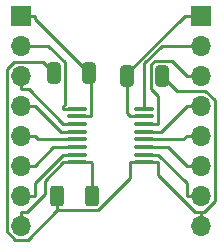
<source format=gbr>
%TF.GenerationSoftware,KiCad,Pcbnew,6.0.11+dfsg-1~bpo11+1*%
%TF.CreationDate,2023-04-23T22:17:45-04:00*%
%TF.ProjectId,cEmbedded_TXB0106_Breakout,63456d62-6564-4646-9564-5f5458423031,rev?*%
%TF.SameCoordinates,Original*%
%TF.FileFunction,Copper,L1,Top*%
%TF.FilePolarity,Positive*%
%FSLAX46Y46*%
G04 Gerber Fmt 4.6, Leading zero omitted, Abs format (unit mm)*
G04 Created by KiCad (PCBNEW 6.0.11+dfsg-1~bpo11+1) date 2023-04-23 22:17:45*
%MOMM*%
%LPD*%
G01*
G04 APERTURE LIST*
G04 Aperture macros list*
%AMRoundRect*
0 Rectangle with rounded corners*
0 $1 Rounding radius*
0 $2 $3 $4 $5 $6 $7 $8 $9 X,Y pos of 4 corners*
0 Add a 4 corners polygon primitive as box body*
4,1,4,$2,$3,$4,$5,$6,$7,$8,$9,$2,$3,0*
0 Add four circle primitives for the rounded corners*
1,1,$1+$1,$2,$3*
1,1,$1+$1,$4,$5*
1,1,$1+$1,$6,$7*
1,1,$1+$1,$8,$9*
0 Add four rect primitives between the rounded corners*
20,1,$1+$1,$2,$3,$4,$5,0*
20,1,$1+$1,$4,$5,$6,$7,0*
20,1,$1+$1,$6,$7,$8,$9,0*
20,1,$1+$1,$8,$9,$2,$3,0*%
G04 Aperture macros list end*
%TA.AperFunction,SMDPad,CuDef*%
%ADD10RoundRect,0.250000X-0.325000X-0.650000X0.325000X-0.650000X0.325000X0.650000X-0.325000X0.650000X0*%
%TD*%
%TA.AperFunction,ComponentPad*%
%ADD11R,1.700000X1.700000*%
%TD*%
%TA.AperFunction,ComponentPad*%
%ADD12O,1.700000X1.700000*%
%TD*%
%TA.AperFunction,SMDPad,CuDef*%
%ADD13RoundRect,0.250000X-0.312500X-0.625000X0.312500X-0.625000X0.312500X0.625000X-0.312500X0.625000X0*%
%TD*%
%TA.AperFunction,SMDPad,CuDef*%
%ADD14O,1.699999X0.349999*%
%TD*%
%TA.AperFunction,Conductor*%
%ADD15C,0.250000*%
%TD*%
G04 APERTURE END LIST*
D10*
%TO.P,C2,1*%
%TO.N,Net-(C2-Pad1)*%
X144880000Y-83700000D03*
%TO.P,C2,2*%
%TO.N,GND*%
X147830000Y-83700000D03*
%TD*%
D11*
%TO.P,J1,1,Pin_1*%
%TO.N,Net-(C1-Pad2)*%
X135890000Y-78620000D03*
D12*
%TO.P,J1,2,Pin_2*%
%TO.N,Net-(U1-Pad1)*%
X135890000Y-81160000D03*
%TO.P,J1,3,Pin_3*%
%TO.N,Net-(U1-Pad3)*%
X135890000Y-83700000D03*
%TO.P,J1,4,Pin_4*%
%TO.N,Net-(U1-Pad4)*%
X135890000Y-86240000D03*
%TO.P,J1,5,Pin_5*%
%TO.N,Net-(U1-Pad5)*%
X135890000Y-88780000D03*
%TO.P,J1,6,Pin_6*%
%TO.N,Net-(U1-Pad6)*%
X135890000Y-91320000D03*
%TO.P,J1,7,Pin_7*%
%TO.N,Net-(U1-Pad7)*%
X135890000Y-93860000D03*
%TO.P,J1,8,Pin_8*%
%TO.N,Net-(R1-Pad2)*%
X135890000Y-96400000D03*
%TD*%
D13*
%TO.P,R1,1*%
%TO.N,GND*%
X138967500Y-93860000D03*
%TO.P,R1,2*%
%TO.N,Net-(R1-Pad2)*%
X141892500Y-93860000D03*
%TD*%
D11*
%TO.P,J2,1,Pin_1*%
%TO.N,Net-(C2-Pad1)*%
X151130000Y-78620000D03*
D12*
%TO.P,J2,2,Pin_2*%
%TO.N,Net-(U1-Pad16)*%
X151130000Y-81160000D03*
%TO.P,J2,3,Pin_3*%
%TO.N,Net-(U1-Pad14)*%
X151130000Y-83700000D03*
%TO.P,J2,4,Pin_4*%
%TO.N,Net-(U1-Pad13)*%
X151130000Y-86240000D03*
%TO.P,J2,5,Pin_5*%
%TO.N,Net-(U1-Pad12)*%
X151130000Y-88780000D03*
%TO.P,J2,6,Pin_6*%
%TO.N,Net-(U1-Pad11)*%
X151130000Y-91320000D03*
%TO.P,J2,7,Pin_7*%
%TO.N,Net-(U1-Pad10)*%
X151130000Y-93860000D03*
%TO.P,J2,8,Pin_8*%
%TO.N,GND*%
X151130000Y-96400000D03*
%TD*%
D10*
%TO.P,C1,1*%
%TO.N,GND*%
X138710000Y-83480000D03*
%TO.P,C1,2*%
%TO.N,Net-(C1-Pad2)*%
X141660000Y-83480000D03*
%TD*%
D14*
%TO.P,U1,1,A1*%
%TO.N,Net-(U1-Pad1)*%
X140660001Y-86504998D03*
%TO.P,U1,2,VCCA*%
%TO.N,Net-(C1-Pad2)*%
X140660001Y-87154999D03*
%TO.P,U1,3,A2*%
%TO.N,Net-(U1-Pad3)*%
X140660001Y-87804998D03*
%TO.P,U1,4,A3*%
%TO.N,Net-(U1-Pad4)*%
X140660001Y-88454999D03*
%TO.P,U1,5,A4*%
%TO.N,Net-(U1-Pad5)*%
X140660001Y-89104998D03*
%TO.P,U1,6,A5*%
%TO.N,Net-(U1-Pad6)*%
X140660001Y-89754999D03*
%TO.P,U1,7,A6*%
%TO.N,Net-(U1-Pad7)*%
X140660001Y-90404998D03*
%TO.P,U1,8,OE*%
%TO.N,Net-(R1-Pad2)*%
X140660001Y-91054999D03*
%TO.P,U1,9,GND*%
%TO.N,GND*%
X146359999Y-91054999D03*
%TO.P,U1,10,B6*%
%TO.N,Net-(U1-Pad10)*%
X146359999Y-90404998D03*
%TO.P,U1,11,B5*%
%TO.N,Net-(U1-Pad11)*%
X146359999Y-89754999D03*
%TO.P,U1,12,B4*%
%TO.N,Net-(U1-Pad12)*%
X146359999Y-89104998D03*
%TO.P,U1,13,B3*%
%TO.N,Net-(U1-Pad13)*%
X146359999Y-88454999D03*
%TO.P,U1,14,B2*%
%TO.N,Net-(U1-Pad14)*%
X146359999Y-87804998D03*
%TO.P,U1,15,VCCB*%
%TO.N,Net-(C2-Pad1)*%
X146359999Y-87154999D03*
%TO.P,U1,16,B1*%
%TO.N,Net-(U1-Pad16)*%
X146359999Y-86504998D03*
%TD*%
D15*
%TO.N,GND*%
X151443300Y-95224900D02*
X151130000Y-95224900D01*
X136476100Y-97591700D02*
X138967500Y-95100300D01*
X152307600Y-85751800D02*
X152307600Y-94360600D01*
X146360000Y-91055000D02*
X147535100Y-91055000D01*
X138710000Y-83480000D02*
X137752000Y-82522000D01*
X147535100Y-92134600D02*
X147535100Y-91055000D01*
X142437300Y-95100300D02*
X145184900Y-92352700D01*
X137752000Y-82522000D02*
X135359100Y-82522000D01*
X134711800Y-96897200D02*
X135406300Y-97591700D01*
X135359100Y-82522000D02*
X134711800Y-83169300D01*
X134711800Y-83169300D02*
X134711800Y-96897200D01*
X149100000Y-84970000D02*
X151525800Y-84970000D01*
X138967500Y-95100300D02*
X142437300Y-95100300D01*
X151130000Y-96400000D02*
X151130000Y-95224900D01*
X147830000Y-83700000D02*
X149100000Y-84970000D01*
X146360000Y-91055000D02*
X145184900Y-91055000D01*
X152307600Y-94360600D02*
X151443300Y-95224900D01*
X135406300Y-97591700D02*
X136476100Y-97591700D01*
X151130000Y-95224900D02*
X150625400Y-95224900D01*
X145184900Y-92352700D02*
X145184900Y-91055000D01*
X151525800Y-84970000D02*
X152307600Y-85751800D01*
X150625400Y-95224900D02*
X147535100Y-92134600D01*
X138967500Y-95100300D02*
X138967500Y-93860000D01*
%TO.N,Net-(C1-Pad2)*%
X141835100Y-87155000D02*
X141835100Y-83655100D01*
X135890000Y-78620000D02*
X137065100Y-78620000D01*
X140660000Y-87155000D02*
X141835100Y-87155000D01*
X141660000Y-83480000D02*
X137065100Y-78885100D01*
X141835100Y-83655100D02*
X141660000Y-83480000D01*
X137065100Y-78885100D02*
X137065100Y-78620000D01*
%TO.N,Net-(C2-Pad1)*%
X144880000Y-83700000D02*
X144880000Y-86850100D01*
X149954900Y-78620000D02*
X149778700Y-78620000D01*
X146360000Y-87155000D02*
X145184900Y-87155000D01*
X149778700Y-78620000D02*
X144880000Y-83518700D01*
X144880000Y-83518700D02*
X144880000Y-83700000D01*
X144880000Y-86850100D02*
X145184900Y-87155000D01*
X151130000Y-78620000D02*
X149954900Y-78620000D01*
%TO.N,Net-(R1-Pad2)*%
X137917000Y-92622900D02*
X139484900Y-91055000D01*
X140660000Y-91055000D02*
X139484900Y-91055000D01*
X140660000Y-91055000D02*
X141835100Y-91055000D01*
X141892500Y-91112400D02*
X141835100Y-91055000D01*
X141892500Y-93860000D02*
X141892500Y-91112400D01*
X135890000Y-95224900D02*
X136404100Y-95224900D01*
X135890000Y-96400000D02*
X135890000Y-95224900D01*
X137917000Y-93712000D02*
X137917000Y-92622900D01*
X136404100Y-95224900D02*
X137917000Y-93712000D01*
%TO.N,Net-(U1-Pad1)*%
X140660000Y-86505000D02*
X139484900Y-86505000D01*
X139631300Y-82568900D02*
X139631300Y-86151400D01*
X138222400Y-81160000D02*
X139631300Y-82568900D01*
X135890000Y-81160000D02*
X138222400Y-81160000D01*
X139484900Y-86297800D02*
X139484900Y-86505000D01*
X139631300Y-86151400D02*
X139484900Y-86297800D01*
%TO.N,Net-(U1-Pad3)*%
X135890000Y-84875100D02*
X136555000Y-84875100D01*
X136555000Y-84875100D02*
X139484900Y-87805000D01*
X140660000Y-87805000D02*
X139484900Y-87805000D01*
X135890000Y-83700000D02*
X135890000Y-84875100D01*
%TO.N,Net-(U1-Pad4)*%
X137065100Y-86240000D02*
X139280100Y-88455000D01*
X139280100Y-88455000D02*
X140660000Y-88455000D01*
X135890000Y-86240000D02*
X137065100Y-86240000D01*
%TO.N,Net-(U1-Pad5)*%
X137390100Y-89105000D02*
X140660000Y-89105000D01*
X137065100Y-88780000D02*
X137390100Y-89105000D01*
X135890000Y-88780000D02*
X137065100Y-88780000D01*
%TO.N,Net-(U1-Pad6)*%
X138630100Y-89755000D02*
X140660000Y-89755000D01*
X135890000Y-91320000D02*
X137065100Y-91320000D01*
X137065100Y-91320000D02*
X138630100Y-89755000D01*
%TO.N,Net-(U1-Pad7)*%
X140660000Y-90405000D02*
X139484900Y-90405000D01*
X137065100Y-93860000D02*
X137065100Y-92824800D01*
X137065100Y-92824800D02*
X139484900Y-90405000D01*
X135890000Y-93860000D02*
X137065100Y-93860000D01*
%TO.N,Net-(U1-Pad10)*%
X146360000Y-90405000D02*
X147535100Y-90405000D01*
X149954900Y-93860000D02*
X149954900Y-92824800D01*
X149954900Y-92824800D02*
X147535100Y-90405000D01*
X151130000Y-93860000D02*
X149954900Y-93860000D01*
%TO.N,Net-(U1-Pad11)*%
X148389900Y-89755000D02*
X146360000Y-89755000D01*
X149954900Y-91320000D02*
X148389900Y-89755000D01*
X151130000Y-91320000D02*
X149954900Y-91320000D01*
%TO.N,Net-(U1-Pad12)*%
X149954900Y-88780000D02*
X149629900Y-89105000D01*
X151130000Y-88780000D02*
X149954900Y-88780000D01*
X149629900Y-89105000D02*
X146360000Y-89105000D01*
%TO.N,Net-(U1-Pad13)*%
X151130000Y-86240000D02*
X149954900Y-86240000D01*
X147739900Y-88455000D02*
X146360000Y-88455000D01*
X149954900Y-86240000D02*
X147739900Y-88455000D01*
%TO.N,Net-(U1-Pad14)*%
X148700400Y-82445500D02*
X147226500Y-82445500D01*
X146360000Y-87805000D02*
X147535100Y-87805000D01*
X146925600Y-84810600D02*
X147535100Y-85420100D01*
X146925600Y-82746400D02*
X146925600Y-84810600D01*
X147226500Y-82445500D02*
X146925600Y-82746400D01*
X149954900Y-83700000D02*
X148700400Y-82445500D01*
X151130000Y-83700000D02*
X149954900Y-83700000D01*
X147535100Y-85420100D02*
X147535100Y-87805000D01*
%TO.N,Net-(U1-Pad16)*%
X147875300Y-81160000D02*
X146360000Y-82675300D01*
X146360000Y-82675300D02*
X146360000Y-86505000D01*
X151130000Y-81160000D02*
X147875300Y-81160000D01*
%TD*%
M02*

</source>
